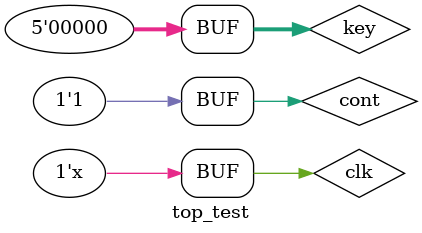
<source format=v>
`timescale 1ns / 1ps


module top_test(
    );
    
    reg clk;
    reg [4:0] key;
    reg cont;
    
    initial begin
        clk = 0;
        cont = 1;
        key = 0;
    end
    
    always #10 clk = ~clk;
    
    top _top (
        .clk_100mhz(clk),
        .key(key),
        .cont(cont)
    );
    
endmodule

</source>
